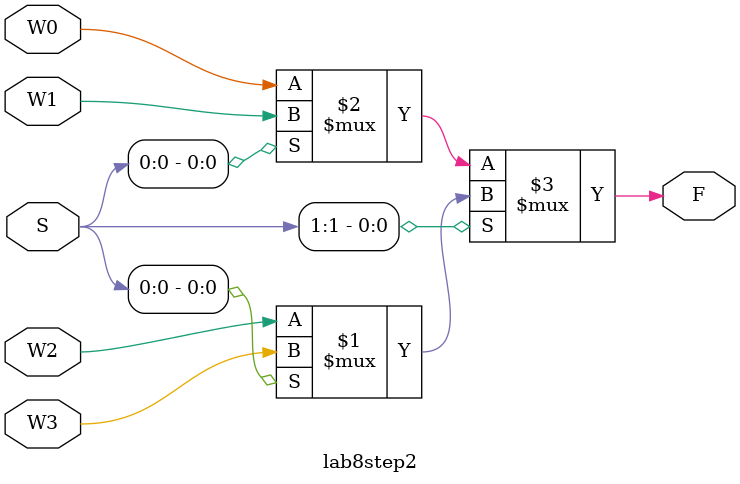
<source format=v>
module lab8step2(W0, W1, W2, W3, S, F);
	input W0, W1, W2, W3;
	input [1:0]S;
	output F;
	
	assign F=(S[1]?(S[0]?W3:W2):(S[0]?W1:W0));
endmodule
</source>
